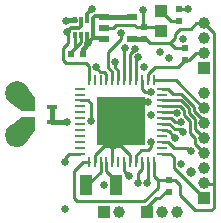
<source format=gbl>
G04*
G04 #@! TF.GenerationSoftware,Altium Limited,Altium Designer,21.1.0 (24)*
G04*
G04 Layer_Physical_Order=4*
G04 Layer_Color=16711680*
%FSAX25Y25*%
%MOIN*%
G70*
G04*
G04 #@! TF.SameCoordinates,64B46316-5E79-497B-94DE-3B570569772B*
G04*
G04*
G04 #@! TF.FilePolarity,Positive*
G04*
G01*
G75*
%ADD10C,0.01000*%
%ADD17R,0.02362X0.01968*%
%ADD19R,0.01968X0.02362*%
%ADD25R,0.03622X0.01575*%
%ADD26R,0.03937X0.04331*%
%ADD45C,0.01181*%
%ADD47C,0.01500*%
%ADD49C,0.01575*%
%ADD56R,0.03937X0.03937*%
%ADD57C,0.03937*%
%ADD58R,0.03937X0.03937*%
%ADD59C,0.07874*%
%ADD60C,0.02500*%
%ADD61C,0.03300*%
%ADD62C,0.01200*%
%ADD63R,0.16142X0.16142*%
%ADD64R,0.01102X0.03347*%
%ADD65R,0.03347X0.01102*%
%ADD66R,0.03937X0.07087*%
%ADD67R,0.01181X0.01882*%
%ADD68R,0.03622X0.02362*%
%ADD69R,0.03347X0.02362*%
%ADD70C,0.01024*%
G36*
X0003200Y-0009550D02*
X0006200Y-0005327D01*
Y-0001050D01*
X0001700D01*
X-0002500Y-0004150D01*
X-0003800Y-0006650D01*
X-0003200Y-0009250D01*
X-0001800Y-0010450D01*
X0000000Y-0011050D01*
X0001800Y-0010650D01*
X0003200Y-0009550D01*
D02*
G37*
G36*
Y0009500D02*
X0006200Y0005277D01*
Y0001000D01*
X0001700D01*
X-0002500Y0004100D01*
X-0003800Y0006600D01*
X-0003200Y0009200D01*
X-0001800Y0010400D01*
X0000000Y0011000D01*
X0001800Y0010600D01*
X0003200Y0009500D01*
D02*
G37*
D10*
X0043500Y-0032500D02*
Y-0031000D01*
X0046500Y-0028000D01*
X0047500D01*
X0049731Y-0025769D01*
X0050800D01*
X0042543Y-0028957D02*
X0047032Y-0024468D01*
X0019968Y-0028957D02*
X0042543D01*
X0019000Y-0027989D02*
X0019968Y-0028957D01*
X0050964Y0023704D02*
X0052700Y0021969D01*
X0056000D01*
X0046685Y0028969D02*
X0047500Y0028153D01*
Y0027000D02*
Y0028153D01*
X0053500Y0034969D02*
X0056968D01*
X0048154Y0034346D02*
X0051468Y0031032D01*
X0053000D01*
X0058000Y0028500D02*
X0059800Y0030300D01*
X0054500Y0028500D02*
X0058000D01*
X0052666Y0026666D02*
X0054500Y0028500D01*
X0052666Y0025405D02*
Y0026666D01*
X0059800Y0030300D02*
X0062500D01*
X0050964Y0023704D02*
X0052666Y0025405D01*
X0043100Y0025032D02*
X0044427Y0023704D01*
X0042000Y0025032D02*
X0043100D01*
X0042000Y0028969D02*
X0046685D01*
X0042000D02*
Y0034600D01*
X0040031Y0028969D02*
X0041969D01*
X0039231Y0029769D02*
X0040031Y0028969D01*
X0032969Y0029769D02*
X0039231D01*
X0032000Y0028800D02*
X0032969Y0029769D01*
X0053668Y0015700D02*
X0056000Y0018032D01*
X0046000Y0015700D02*
X0053668D01*
X0043658Y0013358D02*
X0046000Y0015700D01*
X0059800Y0020300D02*
X0062500D01*
X0057531Y0018032D02*
X0059800Y0020300D01*
X0056000Y0018032D02*
X0057531D01*
X0016000Y-0016000D02*
Y-0014500D01*
X0017373Y-0013127D01*
X0021119D01*
X0035784Y-0018784D02*
Y-0015981D01*
Y-0018784D02*
X0037500Y-0020500D01*
X0027910Y-0019090D02*
Y-0015981D01*
X0023500Y-0023500D02*
X0027910Y-0019090D01*
X0022579Y-0023500D02*
X0023500D01*
X0032421D02*
Y-0021421D01*
X0029879Y-0018879D02*
X0032421Y-0021421D01*
X0029879Y-0018879D02*
Y-0015981D01*
X0022019D02*
X0023973D01*
X0019000Y-0019000D02*
X0022019Y-0015981D01*
X0019000Y-0027989D02*
Y-0019000D01*
X0047032Y-0024468D02*
Y-0021832D01*
X0049450Y-0021900D02*
X0052900D01*
X0054500Y-0023500D01*
Y-0027000D02*
Y-0023500D01*
Y-0027000D02*
X0059500Y-0032000D01*
X0064900D01*
X0047032Y-0021832D02*
X0050800D01*
X0065800Y-0023100D02*
Y0027000D01*
X0062500Y0030300D02*
X0065800Y0027000D01*
X0045627Y-0020427D02*
X0047032Y-0021832D01*
X0045627Y-0020427D02*
Y-0015981D01*
X0031847D02*
Y-0010653D01*
X0044427Y0023704D02*
X0050964D01*
X0030300Y0020700D02*
X0034800Y0025200D01*
X0030300Y0015600D02*
Y0020700D01*
X0034800Y0025200D02*
Y0027100D01*
X0023610Y0004590D02*
X0024700Y0003500D01*
Y-0002400D02*
Y0003500D01*
X0018031Y0020731D02*
X0019532Y0022232D01*
Y0026288D01*
X0015500Y0022134D02*
X0017000Y0023634D01*
X0015500Y0018000D02*
Y0022134D01*
Y0018000D02*
X0016300Y0017200D01*
X0023000D01*
X0024000Y0016200D01*
X0044800Y-0010800D02*
Y-0009200D01*
X0043600Y-0012000D02*
X0044800Y-0010800D01*
X0041500Y-0012000D02*
X0043600D01*
X0037753Y-0015981D02*
Y-0013553D01*
X0034700Y-0010500D02*
X0037753Y-0013553D01*
X0032000Y-0010500D02*
X0034700D01*
X0039721Y-0013779D02*
X0041500Y-0012000D01*
X0039721Y-0015981D02*
Y-0013779D01*
X0032800Y0015600D02*
X0033816Y0014584D01*
X0032800Y0015600D02*
Y0017500D01*
X0033816Y0011381D02*
Y0014584D01*
X0021119Y0004590D02*
X0023610D01*
X0018031Y0020000D02*
Y0020731D01*
X0048481Y0000653D02*
X0052647D01*
X0053100Y0000200D01*
X0048481Y0008527D02*
X0050293D01*
X0039700Y0011402D02*
X0039721Y0011381D01*
X0032800Y0017500D02*
X0032900D01*
X0039721Y0018321D02*
X0040400Y0019000D01*
X0040300Y-0023000D02*
Y-0019536D01*
X0041690Y-0018146D01*
Y-0015981D01*
X0043658Y-0022842D02*
Y-0015981D01*
X0043500Y-0023000D02*
X0043658Y-0022842D01*
X0053100Y0000200D02*
X0053200D01*
X0053300Y0000300D01*
X0017000Y0023634D02*
Y0027300D01*
X0016900Y0027400D02*
X0017000Y0027300D01*
X0039721Y0011381D02*
Y0018321D01*
X0035784Y0021684D02*
X0036100Y0022000D01*
X0035784Y0011381D02*
Y0021684D01*
X0023973Y0011381D02*
Y0016173D01*
X0024000Y0016200D01*
X0062600Y-0023100D02*
X0065800D01*
X0064900Y-0032000D02*
X0065800Y-0031100D01*
Y-0023100D01*
X0059300Y-0009800D02*
X0062600Y-0013100D01*
X0059300Y-0009800D02*
Y-0008000D01*
X0054262Y-0002062D02*
X0054800Y-0002600D01*
X0045627Y0011381D02*
X0052919D01*
X0050293Y0008527D02*
X0052019Y0006800D01*
X0054649D01*
X0056750Y-0011150D02*
X0057900Y-0012300D01*
X0048481Y0004590D02*
X0054596D01*
X0052919Y0011381D02*
X0062500Y0001800D01*
X0048481Y-0009190D02*
X0050490D01*
X0052450Y-0011150D01*
X0056750D01*
X0054273Y0002650D02*
X0055650Y0001273D01*
X0048481Y0002650D02*
X0054273D01*
X0054173Y-0002150D02*
X0054262Y-0002062D01*
X0054596Y0004590D02*
X0057250Y0001936D01*
X0055650Y-0000250D02*
Y0001273D01*
X0048481Y-0001316D02*
X0051416D01*
X0052700Y-0002600D01*
X0054800D01*
X0054350Y-0005050D02*
X0055300Y-0006000D01*
X0043658Y0011381D02*
Y0013358D01*
X0037753Y0011381D02*
Y0020188D01*
X0039300Y0021735D01*
Y0021900D01*
X0027846Y0014254D02*
X0028959D01*
X0026500Y0015600D02*
X0027846Y0014254D01*
X0019532Y0022232D02*
X0021450Y0024150D01*
Y0024815D01*
X0021550Y0024915D01*
Y0026288D01*
X0029076Y0028800D02*
X0032000D01*
X0041690Y0008310D02*
Y0011381D01*
Y0008310D02*
X0042700Y0007300D01*
X0044800D01*
X0030300Y0015600D02*
X0031847Y0014053D01*
Y0011381D02*
Y0014053D01*
X0028959Y0014254D02*
X0029879Y0013334D01*
Y0011381D02*
Y0013334D01*
X0057650Y-0006350D02*
X0059300Y-0008000D01*
X0048481Y-0005253D02*
X0049953D01*
X0050170Y-0005470D01*
X0050651D01*
X0051354Y-0006173D01*
Y-0006654D02*
Y-0006173D01*
Y-0006654D02*
X0052600Y-0007900D01*
X0048481Y-0003284D02*
X0050870D01*
X0052636Y-0005050D01*
X0054350D01*
X0055650Y-0000250D02*
X0055773D01*
X0057650Y-0002127D01*
Y-0006350D02*
Y-0002127D01*
X0057250Y0000536D02*
Y0001936D01*
Y0000536D02*
X0059250Y-0001464D01*
Y-0004750D02*
Y-0001464D01*
Y-0004750D02*
X0062500Y-0008000D01*
X0062600Y-0008100D02*
Y-0007440D01*
X0059000Y0001161D02*
X0062600Y-0002440D01*
X0059000Y0001161D02*
Y0002449D01*
X0054649Y0006800D02*
X0059000Y0002449D01*
X0062500Y-0003500D02*
Y-0003000D01*
Y-0002540D01*
X0062600Y-0002440D01*
D17*
X0056000Y0018032D02*
D03*
Y0021969D02*
D03*
X0054000Y0031032D02*
D03*
Y0034969D02*
D03*
X0050800Y-0025769D02*
D03*
Y-0021832D02*
D03*
X0042500Y0028969D02*
D03*
Y0025032D02*
D03*
D19*
X0021969Y0020000D02*
D03*
X0018032D02*
D03*
D25*
X0011802Y-0002614D02*
D03*
Y0002504D02*
D03*
X0003535Y-0002614D02*
D03*
D26*
X0048000Y0034346D02*
D03*
Y0027654D02*
D03*
D45*
X0023469Y0024231D02*
Y0026288D01*
D47*
X0041900Y0025131D02*
X0042000Y0025032D01*
X0039296Y0025131D02*
X0041900D01*
X0016812Y0031312D02*
X0019532D01*
X0021969Y0021869D02*
X0023900Y0023800D01*
X0021969Y0020000D02*
Y0021869D01*
X0029076Y0032540D02*
X0038524D01*
D49*
X0011802Y-0002614D02*
Y0002504D01*
Y-0002614D02*
X0016686D01*
X0016900Y-0002400D01*
D56*
X0043500Y-0032500D02*
D03*
X0029000D02*
D03*
D57*
X0048500D02*
D03*
X0053500D02*
D03*
X0062500Y-0023000D02*
D03*
Y-0018000D02*
D03*
Y-0013000D02*
D03*
Y-0008000D02*
D03*
Y-0003000D02*
D03*
Y0002000D02*
D03*
Y0007000D02*
D03*
X0034000Y-0032500D02*
D03*
X0062500Y0020300D02*
D03*
Y0025300D02*
D03*
Y0030300D02*
D03*
D58*
X0062500Y-0028000D02*
D03*
X0062500Y0015300D02*
D03*
D59*
X0000100Y-0007071D02*
D03*
Y0007071D02*
D03*
D60*
X0016900Y0027400D02*
D03*
X0057000Y0035000D02*
D03*
X0029000Y-0023500D02*
D03*
X0016000Y-0031500D02*
D03*
X0037500Y-0020500D02*
D03*
X0050600Y0018800D02*
D03*
X0024700Y-0002400D02*
D03*
X0016686Y-0002614D02*
D03*
X0040300Y-0023000D02*
D03*
X0025200Y0035100D02*
D03*
X0016500Y0031000D02*
D03*
X0042000Y0034600D02*
D03*
X0023900Y0023800D02*
D03*
X0055500Y0025100D02*
D03*
X0044800Y0007300D02*
D03*
X0043500Y-0023000D02*
D03*
X0034800Y0027100D02*
D03*
X0047700Y0020800D02*
D03*
X0032900Y0017500D02*
D03*
X0026500Y0015600D02*
D03*
X0042300D02*
D03*
X0040400Y0019000D02*
D03*
X0039300Y0021900D02*
D03*
X0036100Y0022000D02*
D03*
X0054800Y-0016600D02*
D03*
X0058000Y-0012200D02*
D03*
X0053300Y0000300D02*
D03*
X0032000Y-0010500D02*
D03*
X0029500Y-0001000D02*
D03*
X0043700Y0004200D02*
D03*
X0052600Y-0007900D02*
D03*
X0044800Y-0009200D02*
D03*
X0044900Y-0000400D02*
D03*
X0016000Y-0016000D02*
D03*
X0054800Y-0002600D02*
D03*
X0055300Y-0006000D02*
D03*
D61*
X0058000Y-0019300D02*
D03*
D62*
X0023900Y0023800D02*
X0025469Y0025369D01*
Y0025391D01*
X0028745D02*
X0029076Y0025060D01*
X0025469Y0025391D02*
X0028745D01*
X0026040Y0032640D02*
X0028576D01*
X0025469Y0032069D02*
X0026040Y0032640D01*
X0025469Y0025391D02*
Y0032069D01*
X0021500Y0029300D02*
Y0031312D01*
X0020900Y0028700D02*
X0021500Y0029300D01*
X0018200Y0028700D02*
X0020900D01*
X0016900Y0027400D02*
X0018200Y0028700D01*
X0023469Y0031312D02*
Y0033369D01*
X0025200Y0035100D01*
D63*
X0034800Y-0002300D02*
D03*
D64*
X0023973Y-0015981D02*
D03*
X0025942D02*
D03*
X0027910D02*
D03*
X0029879D02*
D03*
X0031847D02*
D03*
X0033816D02*
D03*
X0035784D02*
D03*
X0037753D02*
D03*
X0039721D02*
D03*
X0041690D02*
D03*
X0043658D02*
D03*
X0045627D02*
D03*
Y0011381D02*
D03*
X0043658D02*
D03*
X0041690D02*
D03*
X0039721D02*
D03*
X0037753D02*
D03*
X0035784D02*
D03*
X0033816D02*
D03*
X0031847D02*
D03*
X0029879D02*
D03*
X0027910D02*
D03*
X0025942D02*
D03*
X0023973D02*
D03*
D65*
X0048481Y-0013127D02*
D03*
Y-0011158D02*
D03*
Y-0009190D02*
D03*
Y-0007221D02*
D03*
Y-0005253D02*
D03*
Y-0003284D02*
D03*
Y-0001316D02*
D03*
Y0000653D02*
D03*
Y0002621D02*
D03*
Y0004590D02*
D03*
Y0006558D02*
D03*
Y0008527D02*
D03*
X0021119D02*
D03*
Y0006558D02*
D03*
Y0004590D02*
D03*
Y0002621D02*
D03*
Y0000653D02*
D03*
Y-0001316D02*
D03*
Y-0003284D02*
D03*
Y-0005253D02*
D03*
Y-0007221D02*
D03*
Y-0009190D02*
D03*
Y-0011158D02*
D03*
Y-0013127D02*
D03*
D66*
X0023079Y-0023500D02*
D03*
X0032921D02*
D03*
D67*
X0019532Y0031312D02*
D03*
X0021500D02*
D03*
X0023469D02*
D03*
X0019532Y0026288D02*
D03*
X0021500D02*
D03*
X0023469D02*
D03*
D68*
X0003500Y0002300D02*
D03*
D69*
X0029076Y0025060D02*
D03*
Y0028800D02*
D03*
Y0032540D02*
D03*
X0038524D02*
D03*
Y0025060D02*
D03*
D70*
X0062500Y-0028000D02*
X0062600Y-0028100D01*
X0052300Y-0017800D02*
X0062500Y-0028000D01*
X0052300Y-0017800D02*
Y-0014400D01*
X0029000Y-0010500D02*
X0032000D01*
X0026009Y-0013491D02*
X0029000Y-0010500D01*
X0026009Y-0015914D02*
Y-0013491D01*
X0048481Y-0013127D02*
X0051027D01*
X0052300Y-0014400D01*
M02*

</source>
